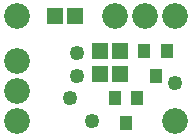
<source format=gbs>
G04 MADE WITH FRITZING*
G04 WWW.FRITZING.ORG*
G04 DOUBLE SIDED*
G04 HOLES PLATED*
G04 CONTOUR ON CENTER OF CONTOUR VECTOR*
%ASAXBY*%
%FSLAX23Y23*%
%MOIN*%
%OFA0B0*%
%SFA1.0B1.0*%
%ADD10C,0.049370*%
%ADD11C,0.085433*%
%ADD12R,0.041496X0.045433*%
%ADD13R,0.057244X0.053307*%
%LNMASK0*%
G90*
G70*
G54D10*
X313Y62D03*
X239Y137D03*
X588Y187D03*
G54D11*
X64Y62D03*
X64Y162D03*
X64Y262D03*
X588Y411D03*
X588Y62D03*
X488Y411D03*
X388Y411D03*
X64Y411D03*
G54D10*
X264Y287D03*
X264Y212D03*
G54D12*
X487Y294D03*
X562Y294D03*
X525Y211D03*
X388Y137D03*
X463Y137D03*
X426Y54D03*
G54D13*
X189Y411D03*
X256Y411D03*
X338Y219D03*
X405Y219D03*
X338Y294D03*
X405Y294D03*
G04 End of Mask0*
M02*
</source>
